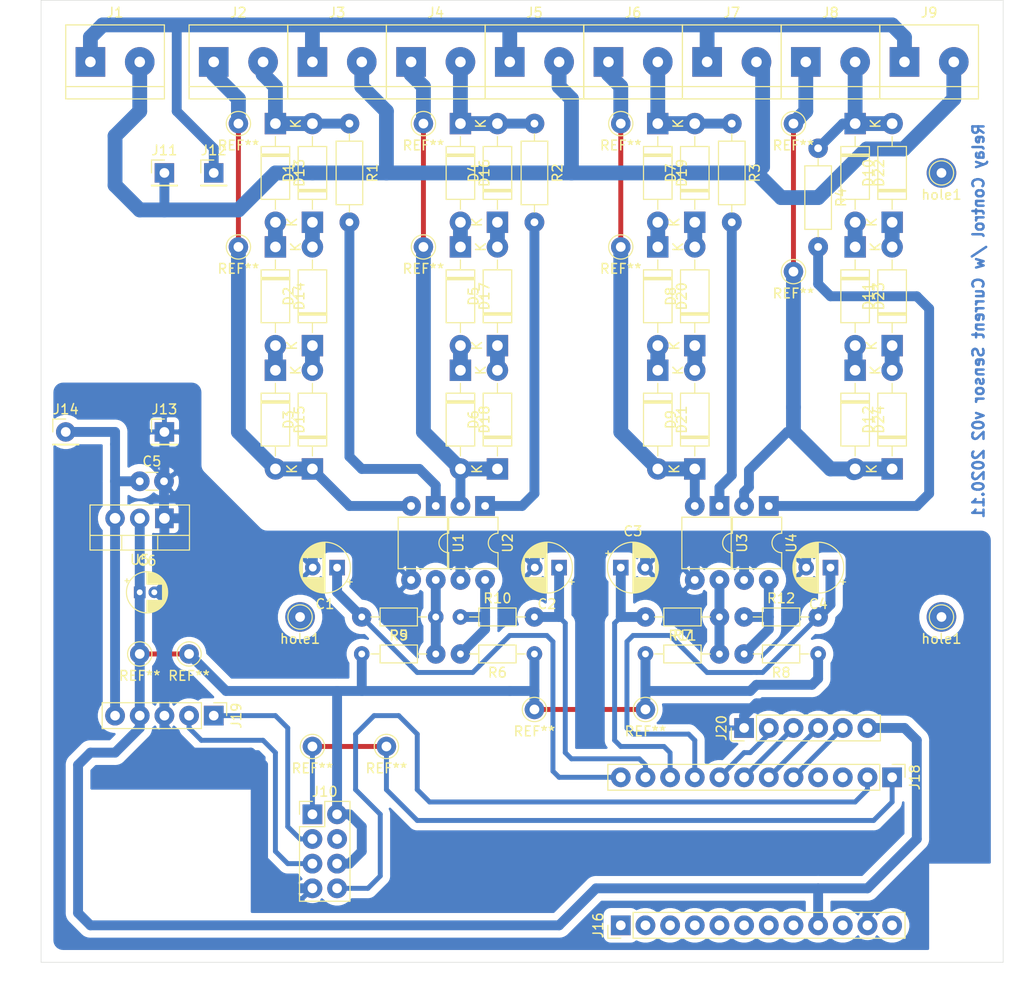
<source format=kicad_pcb>
(kicad_pcb (version 20171130) (host pcbnew "(5.0.2)-1")
  (layers (0 F.Cu signal) (31 B.Cu signal) (34 B.Paste user) (35 F.Paste user) (36 B.SilkS user) (37 F.SilkS user) (38 B.Mask user) (39 F.Mask user) (44 Edge.Cuts user))
  (net 0 "")
  (net 1 /sense1)
  (net 2 /gnd)
  (net 3 /sense2)
  (net 4 /sense3)
  (net 5 /sense4)
  (net 6 /ac_in1)
  (net 7 "Net-(D1-Pad1)")
  (net 8 "Net-(D2-Pad1)")
  (net 9 "Net-(D4-Pad1)")
  (net 10 /ac_in2)
  (net 11 "Net-(D5-Pad1)")
  (net 12 /ac_in3)
  (net 13 "Net-(D7-Pad1)")
  (net 14 "Net-(D8-Pad1)")
  (net 15 "Net-(D10-Pad1)")
  (net 16 /ac_in4)
  (net 17 "Net-(D11-Pad1)")
  (net 18 "Net-(D13-Pad2)")
  (net 19 "Net-(D14-Pad2)")
  (net 20 "Net-(D16-Pad2)")
  (net 21 "Net-(D17-Pad2)")
  (net 22 "Net-(D19-Pad2)")
  (net 23 "Net-(D20-Pad2)")
  (net 24 "Net-(D22-Pad2)")
  (net 25 "Net-(D23-Pad2)")
  (net 26 /ac_live)
  (net 27 /ac_neutral)
  (net 28 /dc_5)
  (net 29 /dc_33)
  (net 30 /esp_rx)
  (net 31 /gpio0)
  (net 32 /gpio2)
  (net 33 /esp_tx)
  (net 34 /line1)
  (net 35 /line2)
  (net 36 /line3)
  (net 37 /line4)
  (net 38 "Net-(R1-Pad2)")
  (net 39 "Net-(R2-Pad2)")
  (net 40 "Net-(R3-Pad2)")
  (net 41 "Net-(R4-Pad2)")
  (net 42 "Net-(R5-Pad2)")
  (net 43 "Net-(R10-Pad1)")
  (net 44 "Net-(R11-Pad1)")
  (net 45 "Net-(R12-Pad1)")
  (net 46 "Net-(J16-Pad1)")
  (net 47 "Net-(J16-Pad2)")
  (net 48 "Net-(J16-Pad3)")
  (net 49 "Net-(J16-Pad4)")
  (net 50 "Net-(J16-Pad5)")
  (net 51 "Net-(J16-Pad6)")
  (net 52 "Net-(J16-Pad7)")
  (net 53 "Net-(J16-Pad8)")
  (net 54 "Net-(J16-Pad10)")
  (net 55 "Net-(J16-Pad12)")
  (net 56 "Net-(J18-Pad3)")
  (net 57 "Net-(J18-Pad4)")
  (net 58 "Net-(J10-Pad4)")
  (net 59 /ac_out1)
  (net 60 /ac_out2)
  (net 61 /ac_out3)
  (net 62 /ac_out4)
  (module Connector_Pin:Pin_D1.0mm_L10.0mm (layer F.Cu) (at 46.99 81.28)
    (fp_text reference hole1 (at 0 2.25) (layer F.SilkS))
    (fp_text value Pin_D1.0mm_L10.0mm)
    (pad 1 thru_hole circle (at 0 0) (size 3.048 3.048) (drill 1) (layers *.Cu *.Mask))
  )
  (module Connector_Pin:Pin_D1.0mm_L10.0mm (layer F.Cu) (at 113.03 81.28)
    (fp_text reference hole1 (at 0 2.25) (layer F.SilkS))
    (fp_text value Pin_D1.0mm_L10.0mm)
    (pad 1 thru_hole circle (at 0 0) (size 3.048 3.048) (drill 1) (layers *.Cu *.Mask))
  )
  (module Connector_Pin:Pin_D1.0mm_L10.0mm (layer F.Cu) (at 113.03 35.56)
    (fp_text reference hole1 (at 0 2.25) (layer F.SilkS))
    (fp_text value Pin_D1.0mm_L10.0mm)
    (pad 1 thru_hole circle (at 0 0) (size 3.048 3.048) (drill 1) (layers *.Cu *.Mask))
  )
  (module Connector_Pin:Pin_D1.0mm_L10.0mm (layer F.Cu) (at 55.88 94.615)
    (fp_text reference REF** (at 0 2.25) (layer F.SilkS))
    (fp_text value Pin_D1.0mm_L10.0mm)
    (pad 1 thru_hole circle (at 0 0) (size 2 2) (drill 1) (layers *.Cu *.Mask) (net 30 /esp_rx))
  )
  (module Connector_Pin:Pin_D1.0mm_L10.0mm (layer F.Cu) (at 48.26 94.615)
    (fp_text reference REF** (at 0 2.25) (layer F.SilkS))
    (fp_text value Pin_D1.0mm_L10.0mm)
    (pad 1 thru_hole circle (at 0 0) (size 2 2) (drill 1) (layers *.Cu *.Mask) (net 30 /esp_rx))
  )
  (module Connector_Pin:Pin_D1.0mm_L10.0mm (layer F.Cu) (at 71.12 90.805)
    (fp_text reference REF** (at 0 2.25) (layer F.SilkS))
    (fp_text value Pin_D1.0mm_L10.0mm)
    (pad 1 thru_hole circle (at 0 0) (size 2 2) (drill 1) (layers *.Cu *.Mask) (net 29 /dc_33))
  )
  (module Connector_Pin:Pin_D1.0mm_L10.0mm (layer F.Cu) (at 82.55 90.805)
    (fp_text reference REF** (at 0 2.25) (layer F.SilkS))
    (fp_text value Pin_D1.0mm_L10.0mm)
    (pad 1 thru_hole circle (at 0 0) (size 2 2) (drill 1) (layers *.Cu *.Mask) (net 29 /dc_33))
  )
  (module Connector_Pin:Pin_D1.0mm_L10.0mm (layer F.Cu) (at 35.56 85.09)
    (fp_text reference REF** (at 0 2.25) (layer F.SilkS))
    (fp_text value Pin_D1.0mm_L10.0mm)
    (pad 1 thru_hole circle (at 0 0) (size 2 2) (drill 1) (layers *.Cu *.Mask) (net 29 /dc_33))
  )
  (module Connector_Pin:Pin_D1.0mm_L10.0mm (layer F.Cu) (at 30.48 85.09)
    (fp_text reference REF** (at 0 2.25) (layer F.SilkS))
    (fp_text value Pin_D1.0mm_L10.0mm)
    (pad 1 thru_hole circle (at 0 0) (size 2 2) (drill 1) (layers *.Cu *.Mask) (net 29 /dc_33))
  )
  (module TerminalBlock:TerminalBlock_bornier-2_P5.08mm (layer F.Cu) (at 109.22 24.13)
    (fp_text reference J9 (at 2.54 -5.08) (layer F.SilkS))
    (fp_text value Relay4_A)
    (pad 2 thru_hole circle (at 5.08 0) (size 3.048 3.048) (drill 1.0922) (layers *.Cu *.Mask) (net 26 /ac_live))
    (pad 1 thru_hole rect (at 0 0) (size 3.048 3.048) (drill 1.0922) (layers *.Cu *.Mask) (net 27 /ac_neutral))
  )
  (module Connector_Pin:Pin_D1.0mm_L10.0mm (layer F.Cu) (at 97.79 45.72)
    (fp_text reference REF** (at 0 2.25) (layer F.SilkS))
    (fp_text value Pin_D1.0mm_L10.0mm)
    (pad 1 thru_hole circle (at 0 0) (size 2 2) (drill 1) (layers *.Cu *.Mask) (net 62 /ac_out4))
  )
  (module Connector_Pin:Pin_D1.0mm_L10.0mm (layer F.Cu) (at 97.79 30.48)
    (fp_text reference REF** (at 0 2.25) (layer F.SilkS))
    (fp_text value Pin_D1.0mm_L10.0mm)
    (pad 1 thru_hole circle (at 0 0) (size 2 2) (drill 1) (layers *.Cu *.Mask) (net 62 /ac_out4))
  )
  (module Connector_Pin:Pin_D1.0mm_L10.0mm (layer F.Cu) (at 80.01 43.18)
    (fp_text reference REF** (at 0 2.25) (layer F.SilkS))
    (fp_text value Pin_D1.0mm_L10.0mm)
    (pad 1 thru_hole circle (at 0 0) (size 2 2) (drill 1) (layers *.Cu *.Mask) (net 61 /ac_out3))
  )
  (module Connector_Pin:Pin_D1.0mm_L10.0mm (layer F.Cu) (at 80.01 30.48)
    (fp_text reference REF** (at 0 2.25) (layer F.SilkS))
    (fp_text value Pin_D1.0mm_L10.0mm)
    (pad 1 thru_hole circle (at 0 0) (size 2 2) (drill 1) (layers *.Cu *.Mask) (net 61 /ac_out3))
  )
  (module Connector_Pin:Pin_D1.0mm_L10.0mm (layer F.Cu) (at 59.69 43.18)
    (fp_text reference REF** (at 0 2.25) (layer F.SilkS))
    (fp_text value Pin_D1.0mm_L10.0mm)
    (pad 1 thru_hole circle (at 0 0) (size 2 2) (drill 1) (layers *.Cu *.Mask) (net 60 /ac_out2))
  )
  (module Connector_Pin:Pin_D1.0mm_L10.0mm (layer F.Cu) (at 59.69 30.48)
    (fp_text reference REF** (at 0 2.25) (layer F.SilkS))
    (fp_text value Pin_D1.0mm_L10.0mm)
    (pad 1 thru_hole circle (at 0 0) (size 2 2) (drill 1) (layers *.Cu *.Mask) (net 60 /ac_out2))
  )
  (module Connector_Pin:Pin_D1.0mm_L10.0mm (layer F.Cu) (at 40.64 43.18)
    (fp_text reference REF** (at 0 2.25) (layer F.SilkS))
    (fp_text value Pin_D1.0mm_L10.0mm)
    (pad 1 thru_hole circle (at 0 0) (size 2 2) (drill 1) (layers *.Cu *.Mask) (net 59 /ac_out1))
  )
  (module Connector_Pin:Pin_D1.0mm_L10.0mm (layer F.Cu) (at 40.64 30.48)
    (fp_text reference REF** (at 0 2.25) (layer F.SilkS))
    (fp_text value Pin_D1.0mm_L10.0mm)
    (pad 1 thru_hole circle (at 0 0) (size 2 2) (drill 1) (layers *.Cu *.Mask) (net 59 /ac_out1))
  )
  (module Diode_THT:D_DO-41_SOD81_P10.16mm_Horizontal (layer F.Cu) (at 48.26 40.64 90)
    (fp_text reference D1 (at 5.08 -2.47 90) (layer F.SilkS))
    (fp_text value 1N4007)
    (fp_text user K (at 0 -2.1 90) (layer F.SilkS))
    (pad 2 thru_hole circle (at 10.16 0 90) (size 2.2 2.2) (drill 1.1) (layers *.Cu *.Mask) (net 6 /ac_in1))
    (pad 1 thru_hole rect (at 0 0 90) (size 2.2 2.2) (drill 1.1) (layers *.Cu *.Mask) (net 7 "Net-(D1-Pad1)"))
  )
  (module Diode_THT:D_DO-41_SOD81_P10.16mm_Horizontal (layer F.Cu) (at 48.26 53.34 90)
    (fp_text reference D2 (at 5.08 -2.47 90) (layer F.SilkS))
    (fp_text value 1N4007)
    (fp_text user K (at 0 -2.1 90) (layer F.SilkS))
    (pad 1 thru_hole rect (at 0 0 90) (size 2.2 2.2) (drill 1.1) (layers *.Cu *.Mask) (net 8 "Net-(D2-Pad1)"))
    (pad 2 thru_hole circle (at 10.16 0 90) (size 2.2 2.2) (drill 1.1) (layers *.Cu *.Mask) (net 7 "Net-(D1-Pad1)"))
  )
  (module Diode_THT:D_DO-41_SOD81_P10.16mm_Horizontal (layer F.Cu) (at 48.26 66.04 90)
    (fp_text reference D3 (at 5.08 -2.47 90) (layer F.SilkS))
    (fp_text value 1N4007)
    (fp_text user K (at 0 -2.1 90) (layer F.SilkS))
    (pad 1 thru_hole rect (at 0 0 90) (size 2.2 2.2) (drill 1.1) (layers *.Cu *.Mask) (net 59 /ac_out1))
    (pad 2 thru_hole circle (at 10.16 0 90) (size 2.2 2.2) (drill 1.1) (layers *.Cu *.Mask) (net 8 "Net-(D2-Pad1)"))
  )
  (module Diode_THT:D_DO-41_SOD81_P10.16mm_Horizontal (layer F.Cu) (at 67.31 40.64 90)
    (fp_text reference D4 (at 5.08 -2.47 90) (layer F.SilkS))
    (fp_text value 1N4007)
    (fp_text user K (at 0 -2.1 90) (layer F.SilkS))
    (pad 1 thru_hole rect (at 0 0 90) (size 2.2 2.2) (drill 1.1) (layers *.Cu *.Mask) (net 9 "Net-(D4-Pad1)"))
    (pad 2 thru_hole circle (at 10.16 0 90) (size 2.2 2.2) (drill 1.1) (layers *.Cu *.Mask) (net 10 /ac_in2))
  )
  (module Diode_THT:D_DO-41_SOD81_P10.16mm_Horizontal (layer F.Cu) (at 67.31 53.34 90)
    (fp_text reference D5 (at 5.08 -2.47 90) (layer F.SilkS))
    (fp_text value 1N4007)
    (fp_text user K (at 0 -2.1 90) (layer F.SilkS))
    (pad 1 thru_hole rect (at 0 0 90) (size 2.2 2.2) (drill 1.1) (layers *.Cu *.Mask) (net 11 "Net-(D5-Pad1)"))
    (pad 2 thru_hole circle (at 10.16 0 90) (size 2.2 2.2) (drill 1.1) (layers *.Cu *.Mask) (net 9 "Net-(D4-Pad1)"))
  )
  (module Diode_THT:D_DO-41_SOD81_P10.16mm_Horizontal (layer F.Cu) (at 67.31 66.04 90)
    (fp_text reference D6 (at 5.08 -2.47 90) (layer F.SilkS))
    (fp_text value 1N4007)
    (fp_text user K (at 0 -2.1 90) (layer F.SilkS))
    (pad 2 thru_hole circle (at 10.16 0 90) (size 2.2 2.2) (drill 1.1) (layers *.Cu *.Mask) (net 11 "Net-(D5-Pad1)"))
    (pad 1 thru_hole rect (at 0 0 90) (size 2.2 2.2) (drill 1.1) (layers *.Cu *.Mask) (net 60 /ac_out2))
  )
  (module Diode_THT:D_DO-41_SOD81_P10.16mm_Horizontal (layer F.Cu) (at 87.63 40.64 90)
    (fp_text reference D7 (at 5.08 -2.47 90) (layer F.SilkS))
    (fp_text value 1N4007)
    (fp_text user K (at 0 -2.1 90) (layer F.SilkS))
    (pad 2 thru_hole circle (at 10.16 0 90) (size 2.2 2.2) (drill 1.1) (layers *.Cu *.Mask) (net 12 /ac_in3))
    (pad 1 thru_hole rect (at 0 0 90) (size 2.2 2.2) (drill 1.1) (layers *.Cu *.Mask) (net 13 "Net-(D7-Pad1)"))
  )
  (module Diode_THT:D_DO-41_SOD81_P10.16mm_Horizontal (layer F.Cu) (at 87.63 53.34 90)
    (fp_text reference D8 (at 5.08 -2.47 90) (layer F.SilkS))
    (fp_text value 1N4007)
    (fp_text user K (at 0 -2.1 90) (layer F.SilkS))
    (pad 1 thru_hole rect (at 0 0 90) (size 2.2 2.2) (drill 1.1) (layers *.Cu *.Mask) (net 14 "Net-(D8-Pad1)"))
    (pad 2 thru_hole circle (at 10.16 0 90) (size 2.2 2.2) (drill 1.1) (layers *.Cu *.Mask) (net 13 "Net-(D7-Pad1)"))
  )
  (module Diode_THT:D_DO-41_SOD81_P10.16mm_Horizontal (layer F.Cu) (at 87.63 66.04 90)
    (fp_text reference D9 (at 5.08 -2.47 90) (layer F.SilkS))
    (fp_text value 1N4007)
    (fp_text user K (at 0 -2.1 90) (layer F.SilkS))
    (pad 2 thru_hole circle (at 10.16 0 90) (size 2.2 2.2) (drill 1.1) (layers *.Cu *.Mask) (net 14 "Net-(D8-Pad1)"))
    (pad 1 thru_hole rect (at 0 0 90) (size 2.2 2.2) (drill 1.1) (layers *.Cu *.Mask) (net 61 /ac_out3))
  )
  (module Diode_THT:D_DO-41_SOD81_P10.16mm_Horizontal (layer F.Cu) (at 107.95 40.64 90)
    (fp_text reference D10 (at 5.08 -2.47 90) (layer F.SilkS))
    (fp_text value 1N4007)
    (fp_text user K (at 0 -2.1 90) (layer F.SilkS))
    (pad 1 thru_hole rect (at 0 0 90) (size 2.2 2.2) (drill 1.1) (layers *.Cu *.Mask) (net 15 "Net-(D10-Pad1)"))
    (pad 2 thru_hole circle (at 10.16 0 90) (size 2.2 2.2) (drill 1.1) (layers *.Cu *.Mask) (net 16 /ac_in4))
  )
  (module Diode_THT:D_DO-41_SOD81_P10.16mm_Horizontal (layer F.Cu) (at 107.95 53.34 90)
    (fp_text reference D11 (at 5.08 -2.47 90) (layer F.SilkS))
    (fp_text value 1N4007)
    (fp_text user K (at 0 -2.1 90) (layer F.SilkS))
    (pad 2 thru_hole circle (at 10.16 0 90) (size 2.2 2.2) (drill 1.1) (layers *.Cu *.Mask) (net 15 "Net-(D10-Pad1)"))
    (pad 1 thru_hole rect (at 0 0 90) (size 2.2 2.2) (drill 1.1) (layers *.Cu *.Mask) (net 17 "Net-(D11-Pad1)"))
  )
  (module Diode_THT:D_DO-41_SOD81_P10.16mm_Horizontal (layer F.Cu) (at 107.95 66.04 90)
    (fp_text reference D12 (at 5.08 -2.47 90) (layer F.SilkS))
    (fp_text value 1N4007)
    (fp_text user K (at 0 -2.1 90) (layer F.SilkS))
    (pad 1 thru_hole rect (at 0 0 90) (size 2.2 2.2) (drill 1.1) (layers *.Cu *.Mask) (net 62 /ac_out4))
    (pad 2 thru_hole circle (at 10.16 0 90) (size 2.2 2.2) (drill 1.1) (layers *.Cu *.Mask) (net 17 "Net-(D11-Pad1)"))
  )
  (module Diode_THT:D_DO-41_SOD81_P10.16mm_Horizontal (layer F.Cu) (at 44.45 30.48 270)
    (fp_text reference D13 (at 5.08 -2.47 90) (layer F.SilkS))
    (fp_text value 1N4007)
    (fp_text user K (at 0 -2.1 90) (layer F.SilkS))
    (pad 2 thru_hole circle (at 10.16 0 270) (size 2.2 2.2) (drill 1.1) (layers *.Cu *.Mask) (net 18 "Net-(D13-Pad2)"))
    (pad 1 thru_hole rect (at 0 0 270) (size 2.2 2.2) (drill 1.1) (layers *.Cu *.Mask) (net 6 /ac_in1))
  )
  (module Diode_THT:D_DO-41_SOD81_P10.16mm_Horizontal (layer F.Cu) (at 44.45 43.18 270)
    (fp_text reference D14 (at 5.08 -2.47 90) (layer F.SilkS))
    (fp_text value 1N4007)
    (fp_text user K (at 0 -2.1 90) (layer F.SilkS))
    (pad 1 thru_hole rect (at 0 0 270) (size 2.2 2.2) (drill 1.1) (layers *.Cu *.Mask) (net 18 "Net-(D13-Pad2)"))
    (pad 2 thru_hole circle (at 10.16 0 270) (size 2.2 2.2) (drill 1.1) (layers *.Cu *.Mask) (net 19 "Net-(D14-Pad2)"))
  )
  (module Diode_THT:D_DO-41_SOD81_P10.16mm_Horizontal (layer F.Cu) (at 44.45 55.88 270)
    (fp_text reference D15 (at 5.08 -2.47 90) (layer F.SilkS))
    (fp_text value 1N4007)
    (fp_text user K (at 0 -2.1 90) (layer F.SilkS))
    (pad 2 thru_hole circle (at 10.16 0 270) (size 2.2 2.2) (drill 1.1) (layers *.Cu *.Mask) (net 59 /ac_out1))
    (pad 1 thru_hole rect (at 0 0 270) (size 2.2 2.2) (drill 1.1) (layers *.Cu *.Mask) (net 19 "Net-(D14-Pad2)"))
  )
  (module Diode_THT:D_DO-41_SOD81_P10.16mm_Horizontal (layer F.Cu) (at 63.5 30.48 270)
    (fp_text reference D16 (at 5.08 -2.47 90) (layer F.SilkS))
    (fp_text value 1N4007)
    (fp_text user K (at 0 -2.1 90) (layer F.SilkS))
    (pad 1 thru_hole rect (at 0 0 270) (size 2.2 2.2) (drill 1.1) (layers *.Cu *.Mask) (net 10 /ac_in2))
    (pad 2 thru_hole circle (at 10.16 0 270) (size 2.2 2.2) (drill 1.1) (layers *.Cu *.Mask) (net 20 "Net-(D16-Pad2)"))
  )
  (module Diode_THT:D_DO-41_SOD81_P10.16mm_Horizontal (layer F.Cu) (at 63.5 43.18 270)
    (fp_text reference D17 (at 5.08 -2.47 90) (layer F.SilkS))
    (fp_text value 1N4007)
    (fp_text user K (at 0 -2.1 90) (layer F.SilkS))
    (pad 2 thru_hole circle (at 10.16 0 270) (size 2.2 2.2) (drill 1.1) (layers *.Cu *.Mask) (net 21 "Net-(D17-Pad2)"))
    (pad 1 thru_hole rect (at 0 0 270) (size 2.2 2.2) (drill 1.1) (layers *.Cu *.Mask) (net 20 "Net-(D16-Pad2)"))
  )
  (module Diode_THT:D_DO-41_SOD81_P10.16mm_Horizontal (layer F.Cu) (at 63.5 55.88 270)
    (fp_text reference D18 (at 5.08 -2.47 90) (layer F.SilkS))
    (fp_text value 1N4007)
    (fp_text user K (at 0 -2.1 90) (layer F.SilkS))
    (pad 1 thru_hole rect (at 0 0 270) (size 2.2 2.2) (drill 1.1) (layers *.Cu *.Mask) (net 21 "Net-(D17-Pad2)"))
    (pad 2 thru_hole circle (at 10.16 0 270) (size 2.2 2.2) (drill 1.1) (layers *.Cu *.Mask) (net 60 /ac_out2))
  )
  (module Diode_THT:D_DO-41_SOD81_P10.16mm_Horizontal (layer F.Cu) (at 83.82 30.48 270)
    (fp_text reference D19 (at 5.08 -2.47 90) (layer F.SilkS))
    (fp_text value 1N4007)
    (fp_text user K (at 0 -2.1 90) (layer F.SilkS))
    (pad 1 thru_hole rect (at 0 0 270) (size 2.2 2.2) (drill 1.1) (layers *.Cu *.Mask) (net 12 /ac_in3))
    (pad 2 thru_hole circle (at 10.16 0 270) (size 2.2 2.2) (drill 1.1) (layers *.Cu *.Mask) (net 22 "Net-(D19-Pad2)"))
  )
  (module Diode_THT:D_DO-41_SOD81_P10.16mm_Horizontal (layer F.Cu) (at 83.82 43.18 270)
    (fp_text reference D20 (at 5.08 -2.47 90) (layer F.SilkS))
    (fp_text value 1N4007)
    (fp_text user K (at 0 -2.1 90) (layer F.SilkS))
    (pad 2 thru_hole circle (at 10.16 0 270) (size 2.2 2.2) (drill 1.1) (layers *.Cu *.Mask) (net 23 "Net-(D20-Pad2)"))
    (pad 1 thru_hole rect (at 0 0 270) (size 2.2 2.2) (drill 1.1) (layers *.Cu *.Mask) (net 22 "Net-(D19-Pad2)"))
  )
  (module Diode_THT:D_DO-41_SOD81_P10.16mm_Horizontal (layer F.Cu) (at 83.82 55.88 270)
    (fp_text reference D21 (at 5.08 -2.47 90) (layer F.SilkS))
    (fp_text value 1N4007)
    (fp_text user K (at 0 -2.1 90) (layer F.SilkS))
    (pad 2 thru_hole circle (at 10.16 0 270) (size 2.2 2.2) (drill 1.1) (layers *.Cu *.Mask) (net 61 /ac_out3))
    (pad 1 thru_hole rect (at 0 0 270) (size 2.2 2.2) (drill 1.1) (layers *.Cu *.Mask) (net 23 "Net-(D20-Pad2)"))
  )
  (module Diode_THT:D_DO-41_SOD81_P10.16mm_Horizontal (layer F.Cu) (at 104.14 30.48 270)
    (fp_text reference D22 (at 5.08 -2.47 90) (layer F.SilkS))
    (fp_text value 1N4007)
    (fp_text user K (at 0 -2.1 90) (layer F.SilkS))
    (pad 2 thru_hole circle (at 10.16 0 270) (size 2.2 2.2) (drill 1.1) (layers *.Cu *.Mask) (net 24 "Net-(D22-Pad2)"))
    (pad 1 thru_hole rect (at 0 0 270) (size 2.2 2.2) (drill 1.1) (layers *.Cu *.Mask) (net 16 /ac_in4))
  )
  (module Diode_THT:D_DO-41_SOD81_P10.16mm_Horizontal (layer F.Cu) (at 104.14 43.18 270)
    (fp_text reference D23 (at 5.08 -2.47 90) (layer F.SilkS))
    (fp_text value 1N4007)
    (fp_text user K (at 0 -2.1 90) (layer F.SilkS))
    (pad 1 thru_hole rect (at 0 0 270) (size 2.2 2.2) (drill 1.1) (layers *.Cu *.Mask) (net 24 "Net-(D22-Pad2)"))
    (pad 2 thru_hole circle (at 10.16 0 270) (size 2.2 2.2) (drill 1.1) (layers *.Cu *.Mask) (net 25 "Net-(D23-Pad2)"))
  )
  (module Diode_THT:D_DO-41_SOD81_P10.16mm_Horizontal (layer F.Cu) (at 104.14 55.88 270)
    (fp_text reference D24 (at 5.08 -2.47 90) (layer F.SilkS))
    (fp_text value 1N4007)
    (fp_text user K (at 0 -2.1 90) (layer F.SilkS))
    (pad 2 thru_hole circle (at 10.16 0 270) (size 2.2 2.2) (drill 1.1) (layers *.Cu *.Mask) (net 62 /ac_out4))
    (pad 1 thru_hole rect (at 0 0 270) (size 2.2 2.2) (drill 1.1) (layers *.Cu *.Mask) (net 25 "Net-(D23-Pad2)"))
  )
  (module TerminalBlock:TerminalBlock_bornier-2_P5.08mm (layer F.Cu) (at 25.4 24.13)
    (fp_text reference J1 (at 2.54 -5.08) (layer F.SilkS))
    (fp_text value AC_in)
    (pad 1 thru_hole rect (at 0 0) (size 3.048 3.048) (drill 1.0922) (layers *.Cu *.Mask) (net 27 /ac_neutral))
    (pad 2 thru_hole circle (at 5.08 0) (size 3.048 3.048) (drill 1.0922) (layers *.Cu *.Mask) (net 26 /ac_live))
  )
  (module TerminalBlock:TerminalBlock_bornier-2_P5.08mm (layer F.Cu) (at 38.1 24.13)
    (fp_text reference J2 (at 2.54 -5.08) (layer F.SilkS))
    (fp_text value Relay1_B)
    (pad 2 thru_hole circle (at 5.08 0) (size 3.048 3.048) (drill 1.0922) (layers *.Cu *.Mask) (net 6 /ac_in1))
    (pad 1 thru_hole rect (at 0 0) (size 3.048 3.048) (drill 1.0922) (layers *.Cu *.Mask) (net 59 /ac_out1))
  )
  (module TerminalBlock:TerminalBlock_bornier-2_P5.08mm (layer F.Cu) (at 48.26 24.13)
    (fp_text reference J3 (at 2.54 -5.08) (layer F.SilkS))
    (fp_text value Relay1_A)
    (pad 1 thru_hole rect (at 0 0) (size 3.048 3.048) (drill 1.0922) (layers *.Cu *.Mask) (net 27 /ac_neutral))
    (pad 2 thru_hole circle (at 5.08 0) (size 3.048 3.048) (drill 1.0922) (layers *.Cu *.Mask) (net 26 /ac_live))
  )
  (module TerminalBlock:TerminalBlock_bornier-2_P5.08mm (layer F.Cu) (at 58.42 24.13)
    (fp_text reference J4 (at 2.54 -5.08) (layer F.SilkS))
    (fp_text value Relay2_B)
    (pad 1 thru_hole rect (at 0 0) (size 3.048 3.048) (drill 1.0922) (layers *.Cu *.Mask) (net 60 /ac_out2))
    (pad 2 thru_hole circle (at 5.08 0) (size 3.048 3.048) (drill 1.0922) (layers *.Cu *.Mask) (net 10 /ac_in2))
  )
  (module TerminalBlock:TerminalBlock_bornier-2_P5.08mm (layer F.Cu) (at 68.58 24.13)
    (fp_text reference J5 (at 2.54 -5.08) (layer F.SilkS))
    (fp_text value Relay2_A)
    (pad 2 thru_hole circle (at 5.08 0) (size 3.048 3.048) (drill 1.0922) (layers *.Cu *.Mask) (net 26 /ac_live))
    (pad 1 thru_hole rect (at 0 0) (size 3.048 3.048) (drill 1.0922) (layers *.Cu *.Mask) (net 27 /ac_neutral))
  )
  (module TerminalBlock:TerminalBlock_bornier-2_P5.08mm (layer F.Cu) (at 78.74 24.13)
    (fp_text reference J6 (at 2.54 -5.08) (layer F.SilkS))
    (fp_text value Relay3_B)
    (pad 2 thru_hole circle (at 5.08 0) (size 3.048 3.048) (drill 1.0922) (layers *.Cu *.Mask) (net 12 /ac_in3))
    (pad 1 thru_hole rect (at 0 0) (size 3.048 3.048) (drill 1.0922) (layers *.Cu *.Mask) (net 61 /ac_out3))
  )
  (module TerminalBlock:TerminalBlock_bornier-2_P5.08mm (layer F.Cu) (at 88.9 24.13)
    (fp_text reference J7 (at 2.54 -5.08) (layer F.SilkS))
    (fp_text value Relay3_A)
    (pad 1 thru_hole rect (at 0 0) (size 3.048 3.048) (drill 1.0922) (layers *.Cu *.Mask) (net 27 /ac_neutral))
    (pad 2 thru_hole circle (at 5.08 0) (size 3.048 3.048) (drill 1.0922) (layers *.Cu *.Mask) (net 26 /ac_live))
  )
  (module TerminalBlock:TerminalBlock_bornier-2_P5.08mm (layer F.Cu) (at 99.06 24.13)
    (fp_text reference J8 (at 2.54 -5.08) (layer F.SilkS))
    (fp_text value Relay4_B)
    (pad 1 thru_hole rect (at 0 0) (size 3.048 3.048) (drill 1.0922) (layers *.Cu *.Mask) (net 62 /ac_out4))
    (pad 2 thru_hole circle (at 5.08 0) (size 3.048 3.048) (drill 1.0922) (layers *.Cu *.Mask) (net 16 /ac_in4))
  )
  (module Connector_PinHeader_2.54mm:PinHeader_1x12_P2.54mm_Vertical (layer F.Cu) (at 80.01 113.03 90)
    (fp_text reference J16 (at 0 -2.33 90) (layer F.SilkS))
    (fp_text value "Arduino Pro Mini B")
    (pad 1 thru_hole rect (at 0 0 90) (size 2.032 2.032) (drill 1) (layers *.Cu *.Mask) (net 46 "Net-(J16-Pad1)"))
    (pad 2 thru_hole circle (at 0 2.54 90) (size 2.032 2.032) (drill 1) (layers *.Cu *.Mask) (net 47 "Net-(J16-Pad2)"))
    (pad 3 thru_hole circle (at 0 5.08 90) (size 2.032 2.032) (drill 1) (layers *.Cu *.Mask) (net 48 "Net-(J16-Pad3)"))
    (pad 4 thru_hole circle (at 0 7.62 90) (size 2.032 2.032) (drill 1) (layers *.Cu *.Mask) (net 49 "Net-(J16-Pad4)"))
    (pad 5 thru_hole circle (at 0 10.16 90) (size 2.032 2.032) (drill 1) (layers *.Cu *.Mask) (net 50 "Net-(J16-Pad5)"))
    (pad 6 thru_hole circle (at 0 12.7 90) (size 2.032 2.032) (drill 1) (layers *.Cu *.Mask) (net 51 "Net-(J16-Pad6)"))
    (pad 7 thru_hole circle (at 0 15.24 90) (size 2.032 2.032) (drill 1) (layers *.Cu *.Mask) (net 52 "Net-(J16-Pad7)"))
    (pad 8 thru_hole circle (at 0 17.78 90) (size 2.032 2.032) (drill 1) (layers *.Cu *.Mask) (net 53 "Net-(J16-Pad8)"))
    (pad 9 thru_hole circle (at 0 20.32 90) (size 2.032 2.032) (drill 1) (layers *.Cu *.Mask) (net 29 /dc_33))
    (pad 10 thru_hole circle (at 0 22.86 90) (size 2.032 2.032) (drill 1) (layers *.Cu *.Mask) (net 54 "Net-(J16-Pad10)"))
    (pad 11 thru_hole circle (at 0 25.4 90) (size 2.032 2.032) (drill 1) (layers *.Cu *.Mask) (net 2 /gnd))
    (pad 12 thru_hole circle (at 0 27.94 90) (size 2.032 2.032) (drill 1) (layers *.Cu *.Mask) (net 55 "Net-(J16-Pad12)"))
  )
  (module Resistor_THT:R_Axial_DIN0207_L6.3mm_D2.5mm_P10.16mm_Horizontal (layer F.Cu) (at 52.07 30.48 270)
    (fp_text reference R1 (at 5.08 -2.37 90) (layer F.SilkS))
    (fp_text value 33)
    (pad 1 thru_hole circle (at 0 0 270) (size 2.032 2.032) (drill 0.8) (layers *.Cu *.Mask) (net 6 /ac_in1))
    (pad 2 thru_hole circle (at 10.16 0 270) (size 2.032 2.032) (drill 0.8) (layers *.Cu *.Mask) (net 38 "Net-(R1-Pad2)"))
  )
  (module Resistor_THT:R_Axial_DIN0207_L6.3mm_D2.5mm_P10.16mm_Horizontal (layer F.Cu) (at 71.12 30.48 270)
    (fp_text reference R2 (at 5.08 -2.37 90) (layer F.SilkS))
    (fp_text value 33)
    (pad 2 thru_hole circle (at 10.16 0 270) (size 2.032 2.032) (drill 0.8) (layers *.Cu *.Mask) (net 39 "Net-(R2-Pad2)"))
    (pad 1 thru_hole circle (at 0 0 270) (size 2.032 2.032) (drill 0.8) (layers *.Cu *.Mask) (net 10 /ac_in2))
  )
  (module Resistor_THT:R_Axial_DIN0207_L6.3mm_D2.5mm_P10.16mm_Horizontal (layer F.Cu) (at 91.44 30.48 270)
    (fp_text reference R3 (at 5.08 -2.37 90) (layer F.SilkS))
    (fp_text value 33)
    (pad 1 thru_hole circle (at 0 0 270) (size 2.032 2.032) (drill 0.8) (layers *.Cu *.Mask) (net 12 /ac_in3))
    (pad 2 thru_hole circle (at 10.16 0 270) (size 2.032 2.032) (drill 0.8) (layers *.Cu *.Mask) (net 40 "Net-(R3-Pad2)"))
  )
  (module Package_DIP:DIP-4_W7.62mm (layer F.Cu) (at 60.96 69.85 270)
    (fp_text reference U1 (at 3.81 -2.33 90) (layer F.SilkS))
    (fp_text value LTV-817)
    (pad 4 thru_hole circle (at 7.62 0 270) (size 2.032 2.032) (drill 0.8) (layers *.Cu *.Mask) (net 42 "Net-(R5-Pad2)"))
    (pad 2 thru_hole circle (at 0 2.54 270) (size 2.032 2.032) (drill 0.8) (layers *.Cu *.Mask) (net 59 /ac_out1))
    (pad 3 thru_hole circle (at 7.62 2.54 270) (size 2.032 2.032) (drill 0.8) (layers *.Cu *.Mask) (net 2 /gnd))
    (pad 1 thru_hole rect (at 0 0 270) (size 2.032 2.032) (drill 0.8) (layers *.Cu *.Mask) (net 38 "Net-(R1-Pad2)"))
  )
  (module Package_DIP:DIP-4_W7.62mm (layer F.Cu) (at 66.04 69.85 270)
    (fp_text reference U2 (at 3.81 -2.33 90) (layer F.SilkS))
    (fp_text value LTV-817)
    (pad 4 thru_hole circle (at 7.62 0 270) (size 2.032 2.032) (drill 0.8) (layers *.Cu *.Mask) (net 43 "Net-(R10-Pad1)"))
    (pad 2 thru_hole circle (at 0 2.54 270) (size 2.032 2.032) (drill 0.8) (layers *.Cu *.Mask) (net 60 /ac_out2))
    (pad 3 thru_hole circle (at 7.62 2.54 270) (size 2.032 2.032) (drill 0.8) (layers *.Cu *.Mask) (net 2 /gnd))
    (pad 1 thru_hole rect (at 0 0 270) (size 2.032 2.032) (drill 0.8) (layers *.Cu *.Mask) (net 39 "Net-(R2-Pad2)"))
  )
  (module Package_DIP:DIP-4_W7.62mm (layer F.Cu) (at 90.17 69.85 270)
    (fp_text reference U3 (at 3.81 -2.33 90) (layer F.SilkS))
    (fp_text value LTV-817)
    (pad 1 thru_hole rect (at 0 0 270) (size 2.032 2.032) (drill 0.8) (layers *.Cu *.Mask) (net 40 "Net-(R3-Pad2)"))
    (pad 3 thru_hole circle (at 7.62 2.54 270) (size 2.032 2.032) (drill 0.8) (layers *.Cu *.Mask) (net 2 /gnd))
    (pad 2 thru_hole circle (at 0 2.54 270) (size 2.032 2.032) (drill 0.8) (layers *.Cu *.Mask) (net 61 /ac_out3))
    (pad 4 thru_hole circle (at 7.62 0 270) (size 2.032 2.032) (drill 0.8) (layers *.Cu *.Mask) (net 44 "Net-(R11-Pad1)"))
  )
  (module Package_DIP:DIP-4_W7.62mm (layer F.Cu) (at 95.25 69.85 270)
    (fp_text reference U4 (at 3.81 -2.33 90) (layer F.SilkS))
    (fp_text value LTV-817)
    (pad 1 thru_hole rect (at 0 0 270) (size 2.032 2.032) (drill 0.8) (layers *.Cu *.Mask) (net 41 "Net-(R4-Pad2)"))
    (pad 3 thru_hole circle (at 7.62 2.54 270) (size 2.032 2.032) (drill 0.8) (layers *.Cu *.Mask) (net 2 /gnd))
    (pad 2 thru_hole circle (at 0 2.54 270) (size 2.032 2.032) (drill 0.8) (layers *.Cu *.Mask) (net 62 /ac_out4))
    (pad 4 thru_hole circle (at 7.62 0 270) (size 2.032 2.032) (drill 0.8) (layers *.Cu *.Mask) (net 45 "Net-(R12-Pad1)"))
  )
  (module Package_TO_SOT_THT:TO-220-3_Vertical (layer F.Cu) (at 33.02 71.12 180)
    (fp_text reference U5 (at 2.54 -4.27) (layer F.SilkS))
    (fp_text value "Regulator 3.3V")
    (pad 1 thru_hole rect (at 0 0 180) (size 1.905 2.032) (drill 1.1) (layers *.Cu *.Mask) (net 2 /gnd))
    (pad 2 thru_hole circle (at 2.54 0 180) (size 2 2) (drill 1.1) (layers *.Cu *.Mask) (net 29 /dc_33))
    (pad 3 thru_hole circle (at 5.08 0 180) (size 2 2) (drill 1.1) (layers *.Cu *.Mask) (net 28 /dc_5))
  )
  (module Capacitor_THT:C_Disc_D3.0mm_W1.6mm_P2.50mm (layer F.Cu) (at 30.48 67.31)
    (fp_text reference C5 (at 1.25 -2.05) (layer F.SilkS))
    (fp_text value 100n)
    (pad 1 thru_hole circle (at 0 0) (size 2.032 2.032) (drill 0.8) (layers *.Cu *.Mask) (net 28 /dc_5))
    (pad 2 thru_hole circle (at 2.5 0 80) (size 2.032 2.032) (drill 0.8) (layers *.Cu *.Mask) (net 2 /gnd))
  )
  (module Connector_PinHeader_2.54mm:PinHeader_1x12_P2.54mm_Vertical (layer F.Cu) (at 107.95 97.79 270)
    (fp_text reference J18 (at 0 -2.33 90) (layer F.SilkS))
    (fp_text value "Arduino Pro Mini A")
    (pad 1 thru_hole rect (at 0 0 270) (size 2.032 2.032) (drill 1) (layers *.Cu *.Mask) (net 30 /esp_rx))
    (pad 2 thru_hole circle (at 0 2.54 270) (size 2.032 2.032) (drill 1) (layers *.Cu *.Mask) (net 33 /esp_tx))
    (pad 3 thru_hole circle (at 0 5.08 270) (size 2.032 2.032) (drill 1) (layers *.Cu *.Mask) (net 56 "Net-(J18-Pad3)"))
    (pad 4 thru_hole circle (at 0 7.62 270) (size 2.032 2.032) (drill 1) (layers *.Cu *.Mask) (net 57 "Net-(J18-Pad4)"))
    (pad 5 thru_hole circle (at 0 10.16 270) (size 2.032 2.032) (drill 1) (layers *.Cu *.Mask) (net 37 /line4))
    (pad 6 thru_hole circle (at 0 12.7 270) (size 2.032 2.032) (drill 1) (layers *.Cu *.Mask) (net 36 /line3))
    (pad 7 thru_hole circle (at 0 15.24 270) (size 2.032 2.032) (drill 1) (layers *.Cu *.Mask) (net 35 /line2))
    (pad 8 thru_hole circle (at 0 17.78 270) (size 2.032 2.032) (drill 1) (layers *.Cu *.Mask) (net 34 /line1))
    (pad 9 thru_hole circle (at 0 20.32 270) (size 2.032 2.032) (drill 1) (layers *.Cu *.Mask) (net 5 /sense4))
    (pad 10 thru_hole circle (at 0 22.86 270) (size 2.032 2.032) (drill 1) (layers *.Cu *.Mask) (net 4 /sense3))
    (pad 11 thru_hole circle (at 0 25.4 270) (size 2.032 2.032) (drill 1) (layers *.Cu *.Mask) (net 3 /sense2))
    (pad 12 thru_hole circle (at 0 27.94 270) (size 2.032 2.032) (drill 1) (layers *.Cu *.Mask) (net 1 /sense1))
  )
  (module Connector_PinHeader_2.54mm:PinHeader_1x05_P2.54mm_Vertical (layer F.Cu) (at 38.1 91.44 270)
    (fp_text reference J19 (at 0 -2.33 90) (layer F.SilkS))
    (fp_text value "ESP_Ext Connectors")
    (pad 1 thru_hole rect (at 0 0 270) (size 2.032 2.032) (drill 1) (layers *.Cu *.Mask) (net 31 /gpio0))
    (pad 2 thru_hole circle (at 0 2.54 270) (size 2.032 2.032) (drill 1) (layers *.Cu *.Mask) (net 32 /gpio2))
    (pad 3 thru_hole circle (at 0 5.08 270) (size 2.032 2.032) (drill 1) (layers *.Cu *.Mask) (net 2 /gnd))
    (pad 4 thru_hole circle (at 0 7.62 270) (size 2.032 2.032) (drill 1) (layers *.Cu *.Mask) (net 29 /dc_33))
    (pad 5 thru_hole circle (at 0 10.16 270) (size 2.032 2.032) (drill 1) (layers *.Cu *.Mask) (net 28 /dc_5))
  )
  (module Connector_PinHeader_2.54mm:PinHeader_1x06_P2.54mm_Vertical (layer F.Cu) (at 92.71 92.71 90)
    (fp_text reference J20 (at 0 -2.33 90) (layer F.SilkS))
    (fp_text value "Relay Control")
    (pad 1 thru_hole rect (at 0 0 90) (size 2.032 2.032) (drill 1) (layers *.Cu *.Mask) (net 2 /gnd))
    (pad 2 thru_hole circle (at 0 2.54 90) (size 2.032 2.032) (drill 1) (layers *.Cu *.Mask) (net 34 /line1))
    (pad 3 thru_hole circle (at 0 5.08 90) (size 2.032 2.032) (drill 1) (layers *.Cu *.Mask) (net 35 /line2))
    (pad 4 thru_hole circle (at 0 7.62 90) (size 2.032 2.032) (drill 1) (layers *.Cu *.Mask) (net 36 /line3))
    (pad 5 thru_hole circle (at 0 10.16 90) (size 2.032 2.032) (drill 1) (layers *.Cu *.Mask) (net 37 /line4))
    (pad 6 thru_hole circle (at 0 12.7 90) (size 2.032 2.032) (drill 1) (layers *.Cu *.Mask) (net 29 /dc_33))
  )
  (module Connector_PinHeader_2.54mm:PinHeader_2x04_P2.54mm_Vertical (layer F.Cu) (at 48.26 101.6)
    (fp_text reference J10 (at 1.27 -2.33) (layer F.SilkS))
    (fp_text value ESP-01)
    (pad 1 thru_hole rect (at 0 0) (size 2.032 2.032) (drill 1) (layers *.Cu *.Mask) (net 30 /esp_rx))
    (pad 2 thru_hole circle (at 2.54 0) (size 2.032 2.032) (drill 1) (layers *.Cu *.Mask) (net 29 /dc_33))
    (pad 3 thru_hole circle (at 0 2.54) (size 2.032 2.032) (drill 1) (layers *.Cu *.Mask) (net 31 /gpio0))
    (pad 4 thru_hole circle (at 2.54 2.54) (size 2.032 2.032) (drill 1) (layers *.Cu *.Mask) (net 58 "Net-(J10-Pad4)"))
    (pad 5 thru_hole circle (at 0 5.08) (size 2.032 2.032) (drill 1) (layers *.Cu *.Mask) (net 32 /gpio2))
    (pad 6 thru_hole circle (at 2.54 5.08) (size 2.032 2.032) (drill 1) (layers *.Cu *.Mask) (net 29 /dc_33))
    (pad 7 thru_hole circle (at 0 7.62) (size 2.032 2.032) (drill 1) (layers *.Cu *.Mask) (net 2 /gnd))
    (pad 8 thru_hole circle (at 2.54 7.62) (size 2.032 2.032) (drill 1) (layers *.Cu *.Mask) (net 33 /esp_tx))
  )
  (module Connector_PinHeader_2.54mm:PinHeader_1x01_P2.54mm_Vertical (layer F.Cu) (at 33.02 35.56)
    (fp_text reference J11 (at 0 -2.33) (layer F.SilkS))
    (fp_text value Conn_01x01_Male)
    (pad 1 thru_hole rect (at 0 0) (size 2 2) (drill 1) (layers *.Cu *.Mask) (net 26 /ac_live))
  )
  (module Connector_PinHeader_2.54mm:PinHeader_1x01_P2.54mm_Vertical (layer F.Cu) (at 38.1 35.56)
    (fp_text reference J12 (at 0 -2.33) (layer F.SilkS))
    (fp_text value Conn_01x01_Male)
    (pad 1 thru_hole rect (at 0 0) (size 2 2) (drill 1) (layers *.Cu *.Mask) (net 27 /ac_neutral))
  )
  (module Connector_PinHeader_2.54mm:PinHeader_1x01_P2.54mm_Vertical (layer F.Cu) (at 33.02 62.23)
    (fp_text reference J13 (at 0 -2.33) (layer F.SilkS))
    (fp_text value Conn_01x01_Male)
    (pad 1 thru_hole rect (at 0 0) (size 2 2) (drill 1) (layers *.Cu *.Mask) (net 2 /gnd))
  )
  (module Connector_PinHeader_2.54mm:PinHeader_1x01_P2.54mm_Vertical (layer F.Cu) (at 22.86 62.23)
    (fp_text reference J14 (at 0 -2.33) (layer F.SilkS))
    (fp_text value Conn_01x01_Male)
    (pad 1 thru_hole circle (at 0 0) (size 2 2) (drill 1) (layers *.Cu *.Mask) (net 28 /dc_5))
  )
  (module Capacitor_THT:CP_Radial_D4.0mm_P1.50mm (layer F.Cu) (at 30.48 78.74)
    (fp_text reference C6 (at 0.75 -3.25) (layer F.SilkS))
    (fp_text value 10u)
    (pad 2 thru_hole circle (at 1.5 0) (size 1.2 1.2) (drill 0.6) (layers *.Cu *.Mask) (net 2 /gnd))
    (pad 1 thru_hole rect (at 0 0) (size 1.2 1.2) (drill 0.6) (layers *.Cu *.Mask) (net 29 /dc_33))
  )
  (module Resistor_THT:R_Axial_DIN0204_L3.6mm_D1.6mm_P7.62mm_Horizontal (layer F.Cu) (at 53.34 85.09)
    (fp_text reference R5 (at 3.81 -1.92) (layer F.SilkS))
    (fp_text value 51k)
    (pad 2 thru_hole circle (at 7.62 0) (size 2 2) (drill 0.7) (layers *.Cu *.Mask) (net 42 "Net-(R5-Pad2)"))
    (pad 1 thru_hole circle (at 0 0) (size 1.6 1.6) (drill 0.7) (layers *.Cu *.Mask) (net 29 /dc_33))
  )
  (module Resistor_THT:R_Axial_DIN0204_L3.6mm_D1.6mm_P7.62mm_Horizontal (layer F.Cu) (at 71.12 85.09 180)
    (fp_text reference R6 (at 3.81 -1.92) (layer F.SilkS))
    (fp_text value 51k)
    (pad 1 thru_hole circle (at 0 0 180) (size 1.6 1.6) (drill 0.7) (layers *.Cu *.Mask) (net 29 /dc_33))
    (pad 2 thru_hole circle (at 7.62 0 180) (size 2 2) (drill 0.7) (layers *.Cu *.Mask) (net 43 "Net-(R10-Pad1)"))
  )
  (module Resistor_THT:R_Axial_DIN0204_L3.6mm_D1.6mm_P7.62mm_Horizontal (layer F.Cu) (at 82.55 85.09)
    (fp_text reference R7 (at 3.81 -1.92) (layer F.SilkS))
    (fp_text value 51k)
    (pad 1 thru_hole circle (at 0 0) (size 1.6 1.6) (drill 0.7) (layers *.Cu *.Mask) (net 29 /dc_33))
    (pad 2 thru_hole circle (at 7.62 0) (size 2 2) (drill 0.7) (layers *.Cu *.Mask) (net 44 "Net-(R11-Pad1)"))
  )
  (module Resistor_THT:R_Axial_DIN0204_L3.6mm_D1.6mm_P7.62mm_Horizontal (layer F.Cu) (at 100.33 85.09 180)
    (fp_text reference R8 (at 3.81 -1.92) (layer F.SilkS))
    (fp_text value 51k)
    (pad 2 thru_hole circle (at 7.62 0 180) (size 2 2) (drill 0.7) (layers *.Cu *.Mask) (net 45 "Net-(R12-Pad1)"))
    (pad 1 thru_hole circle (at 0 0 180) (size 1.6 1.6) (drill 0.7) (layers *.Cu *.Mask) (net 29 /dc_33))
  )
  (module Resistor_THT:R_Axial_DIN0204_L3.6mm_D1.6mm_P7.62mm_Horizontal (layer F.Cu) (at 60.96 81.28 180)
    (fp_text reference R9 (at 3.81 -1.92) (layer F.SilkS))
    (fp_text value 1k)
    (pad 1 thru_hole circle (at 0 0 180) (size 1.6 1.6) (drill 0.7) (layers *.Cu *.Mask) (net 42 "Net-(R5-Pad2)"))
    (pad 2 thru_hole circle (at 7.62 0 180) (size 2 2) (drill 0.7) (layers *.Cu *.Mask) (net 1 /sense1))
  )
  (module Resistor_THT:R_Axial_DIN0204_L3.6mm_D1.6mm_P7.62mm_Horizontal (layer F.Cu) (at 63.5 81.28)
    (fp_text reference R10 (at 3.81 -1.92) (layer F.SilkS))
    (fp_text value 1k)
    (pad 2 thru_hole circle (at 7.62 0) (size 2 2) (drill 0.7) (layers *.Cu *.Mask) (net 3 /sense2))
    (pad 1 thru_hole circle (at 0 0) (size 1.6 1.6) (drill 0.7) (layers *.Cu *.Mask) (net 43 "Net-(R10-Pad1)"))
  )
  (module Resistor_THT:R_Axial_DIN0204_L3.6mm_D1.6mm_P7.62mm_Horizontal (layer F.Cu) (at 90.17 81.28 180)
    (fp_text reference R11 (at 3.81 -1.92) (layer F.SilkS))
    (fp_text value 1k)
    (pad 2 thru_hole circle (at 7.62 0 180) (size 2 2) (drill 0.7) (layers *.Cu *.Mask) (net 4 /sense3))
    (pad 1 thru_hole circle (at 0 0 180) (size 2 2) (drill 0.7) (layers *.Cu *.Mask) (net 44 "Net-(R11-Pad1)"))
  )
  (module Resistor_THT:R_Axial_DIN0204_L3.6mm_D1.6mm_P7.62mm_Horizontal (layer F.Cu) (at 92.71 81.28)
    (fp_text reference R12 (at 3.81 -1.92) (layer F.SilkS))
    (fp_text value 1k)
    (pad 1 thru_hole circle (at 0 0) (size 2 2) (drill 0.7) (layers *.Cu *.Mask) (net 45 "Net-(R12-Pad1)"))
    (pad 2 thru_hole circle (at 7.62 0) (size 2 2) (drill 0.7) (layers *.Cu *.Mask) (net 5 /sense4))
  )
  (module Capacitor_THT:CP_Radial_D5.0mm_P2.50mm (layer F.Cu) (at 50.8 76.2 180)
    (fp_text reference C1 (at 1.25 -3.75) (layer F.SilkS))
    (fp_text value 10u)
    (pad 1 thru_hole rect (at 0 0 180) (size 1.6 1.6) (drill 0.8) (layers *.Cu *.Mask) (net 1 /sense1))
    (pad 2 thru_hole circle (at 2.5 0 180) (size 1.6 1.6) (drill 0.8) (layers *.Cu *.Mask) (net 2 /gnd))
  )
  (module Capacitor_THT:CP_Radial_D5.0mm_P2.50mm (layer F.Cu) (at 73.66 76.2 180)
    (fp_text reference C2 (at 1.25 -3.75) (layer F.SilkS))
    (fp_text value 10u)
    (pad 2 thru_hole circle (at 2.5 0 180) (size 1.6 1.6) (drill 0.8) (layers *.Cu *.Mask) (net 2 /gnd))
    (pad 1 thru_hole rect (at 0 0 180) (size 1.6 1.6) (drill 0.8) (layers *.Cu *.Mask) (net 3 /sense2))
  )
  (module Capacitor_THT:CP_Radial_D5.0mm_P2.50mm (layer F.Cu) (at 80.01 76.2)
    (fp_text reference C3 (at 1.25 -3.75) (layer F.SilkS))
    (fp_text value 10u)
    (pad 1 thru_hole rect (at 0 0) (size 1.6 1.6) (drill 0.8) (layers *.Cu *.Mask) (net 4 /sense3))
    (pad 2 thru_hole circle (at 2.5 0) (size 1.6 1.6) (drill 0.8) (layers *.Cu *.Mask) (net 2 /gnd))
  )
  (module Capacitor_THT:CP_Radial_D5.0mm_P2.50mm (layer F.Cu) (at 101.6 76.2 180)
    (fp_text reference C4 (at 1.25 -3.75) (layer F.SilkS))
    (fp_text value 10u)
    (pad 2 thru_hole circle (at 2.5 0 180) (size 1.6 1.6) (drill 0.8) (layers *.Cu *.Mask) (net 2 /gnd))
    (pad 1 thru_hole rect (at 0 0 180) (size 1.6 1.6) (drill 0.8) (layers *.Cu *.Mask) (net 5 /sense4))
  )
  (module Resistor_THT:R_Axial_DIN0207_L6.3mm_D2.5mm_P10.16mm_Horizontal (layer F.Cu) (at 100.33 33.02 270)
    (fp_text reference R4 (at 5.08 -2.37 90) (layer F.SilkS))
    (fp_text value 33)
    (pad 1 thru_hole circle (at 0 0 270) (size 2 2) (drill 0.8) (layers *.Cu *.Mask) (net 16 /ac_in4))
    (pad 2 thru_hole circle (at 10.16 0 270) (size 2.032 2.032) (drill 0.8) (layers *.Cu *.Mask) (net 41 "Net-(R4-Pad2)"))
  )
  (gr_text "Relay Control /w Current Sensor v02 2020.11" (at 116.84 50.8 90) (layer B.Cu) (effects (font (size 1.143 1.143) (thickness 0.254)) (justify mirror)))
  (gr_line (start 20.32 116.84) (end 20.32 17.78) (layer Edge.Cuts) (width 0.05))
  (gr_line (start 119.38 116.84) (end 20.32 116.84) (layer Edge.Cuts) (width 0.05))
  (gr_line (start 119.38 17.78) (end 119.38 116.84) (layer Edge.Cuts) (width 0.05))
  (gr_line (start 20.32 17.78) (end 119.38 17.78) (layer Edge.Cuts) (width 0.05))
  (segment (start 50.8 78.74) (end 53.34 81.28) (width 1.016) (layer B.Cu) (net 1))
  (segment (start 50.8 76.2) (end 50.8 78.74) (width 1.016) (layer B.Cu) (net 1))
  (segment (start 59.055 86.995) (end 53.34 81.28) (width 0.508) (layer B.Cu) (net 1))
  (segment (start 64.77 86.995) (end 59.055 86.995) (width 0.508) (layer B.Cu) (net 1))
  (segment (start 68.58 83.185) (end 64.77 86.995) (width 0.508) (layer B.Cu) (net 1))
  (segment (start 72.39 83.185) (end 73.025 83.82) (width 0.508) (layer B.Cu) (net 1))
  (segment (start 72.39 83.185) (end 68.58 83.185) (width 0.508) (layer B.Cu) (net 1))
  (segment (start 73.025 83.82) (end 73.025 97.155) (width 0.508) (layer B.Cu) (net 1))
  (segment (start 73.025 97.155) (end 73.66 97.79) (width 0.508) (layer B.Cu) (net 1))
  (segment (start 73.66 97.79) (end 80.01 97.79) (width 0.508) (layer B.Cu) (net 1))
  (segment (start 33.02 67.27) (end 32.98 67.31) (width 1.016) (layer B.Cu) (net 2))
  (segment (start 33.02 63.5) (end 33.02 67.27) (width 1.016) (layer B.Cu) (net 2))
  (segment (start 32.98 71.08) (end 33.02 71.12) (width 1.016) (layer B.Cu) (net 2))
  (segment (start 32.98 67.31) (end 32.98 71.08) (width 1.016) (layer B.Cu) (net 2))
  (segment (start 33.02 90.17) (end 33.02 91.44) (width 1.016) (layer B.Cu) (net 2))
  (segment (start 33.02 78.74) (end 33.02 90.17) (width 1.016) (layer B.Cu) (net 2))
  (segment (start 33.02 71.12) (end 33.02 78.74) (width 1.016) (layer B.Cu) (net 2))
  (segment (start 58.42 77.47) (end 58.42 73.66) (width 1.016) (layer B.Cu) (net 2))
  (segment (start 63.5 77.47) (end 63.5 73.66) (width 1.016) (layer B.Cu) (net 2))
  (segment (start 58.42 73.66) (end 63.5 73.66) (width 1.016) (layer B.Cu) (net 2))
  (segment (start 71.12 73.66) (end 82.55 73.66) (width 1.016) (layer B.Cu) (net 2))
  (segment (start 63.5 73.66) (end 71.12 73.66) (width 1.016) (layer B.Cu) (net 2))
  (segment (start 87.63 77.47) (end 87.63 73.66) (width 1.016) (layer B.Cu) (net 2))
  (segment (start 82.55 73.66) (end 87.63 73.66) (width 1.016) (layer B.Cu) (net 2))
  (segment (start 92.71 77.47) (end 92.71 73.66) (width 1.016) (layer B.Cu) (net 2))
  (segment (start 87.63 73.66) (end 92.71 73.66) (width 1.016) (layer B.Cu) (net 2))
  (segment (start 36.83 71.12) (end 33.02 71.12) (width 1.016) (layer B.Cu) (net 2))
  (segment (start 39.37 73.66) (end 36.83 71.12) (width 1.016) (layer B.Cu) (net 2))
  (segment (start 58.42 73.66) (end 49.53 73.66) (width 1.016) (layer B.Cu) (net 2))
  (segment (start 92.71 91.44) (end 93.98 90.17) (width 1.016) (layer B.Cu) (net 2))
  (segment (start 92.71 92.71) (end 92.71 91.44) (width 1.016) (layer B.Cu) (net 2))
  (segment (start 92.71 73.66) (end 99.06 73.66) (width 1.016) (layer B.Cu) (net 2))
  (segment (start 99.06 73.66) (end 100.33 73.66) (width 1.016) (layer B.Cu) (net 2))
  (segment (start 104.775 90.17) (end 104.775 74.93) (width 1.016) (layer B.Cu) (net 2))
  (segment (start 104.775 74.93) (end 103.505 73.66) (width 1.016) (layer B.Cu) (net 2))
  (segment (start 100.33 73.66) (end 103.505 73.66) (width 1.016) (layer B.Cu) (net 2))
  (segment (start 93.98 90.17) (end 104.775 90.17) (width 1.016) (layer B.Cu) (net 2))
  (segment (start 112.395 92.075) (end 110.49 90.17) (width 1.016) (layer B.Cu) (net 2))
  (segment (start 110.49 90.17) (end 104.775 90.17) (width 1.016) (layer B.Cu) (net 2))
  (segment (start 33.02 63.5) (end 33.02 62.23) (width 1.016) (layer B.Cu) (net 2))
  (segment (start 48.26 109.22) (end 45.72 109.22) (width 1.016) (layer B.Cu) (net 2))
  (segment (start 45.72 109.22) (end 43.18 106.68) (width 1.016) (layer B.Cu) (net 2))
  (segment (start 43.18 106.68) (end 43.18 96.52) (width 1.016) (layer B.Cu) (net 2))
  (segment (start 43.18 96.52) (end 41.91 95.25) (width 1.016) (layer B.Cu) (net 2))
  (segment (start 41.91 95.25) (end 35.56 95.25) (width 1.016) (layer B.Cu) (net 2))
  (segment (start 33.02 92.71) (end 33.02 91.44) (width 1.016) (layer B.Cu) (net 2))
  (segment (start 35.56 95.25) (end 33.02 92.71) (width 1.016) (layer B.Cu) (net 2))
  (segment (start 105.41 113.03) (end 105.41 111.76) (width 1.016) (layer B.Cu) (net 2))
  (segment (start 105.41 111.76) (end 112.395 104.775) (width 1.016) (layer B.Cu) (net 2))
  (segment (start 112.395 104.775) (end 112.395 92.075) (width 1.016) (layer B.Cu) (net 2))
  (segment (start 48.3 73.7) (end 48.26 73.66) (width 1.016) (layer B.Cu) (net 2))
  (segment (start 48.3 76.2) (end 48.3 73.7) (width 1.016) (layer B.Cu) (net 2))
  (segment (start 48.26 73.66) (end 39.37 73.66) (width 1.016) (layer B.Cu) (net 2))
  (segment (start 49.53 73.66) (end 48.26 73.66) (width 1.016) (layer B.Cu) (net 2))
  (segment (start 99.1 73.7) (end 99.06 73.66) (width 1.016) (layer B.Cu) (net 2))
  (segment (start 99.1 76.2) (end 99.1 73.7) (width 1.016) (layer B.Cu) (net 2))
  (segment (start 82.51 73.7) (end 82.55 73.66) (width 1.016) (layer B.Cu) (net 2))
  (segment (start 82.51 76.2) (end 82.51 73.7) (width 1.016) (layer B.Cu) (net 2))
  (segment (start 71.16 73.7) (end 71.12 73.66) (width 1.016) (layer B.Cu) (net 2))
  (segment (start 71.16 76.2) (end 71.16 73.7) (width 1.016) (layer B.Cu) (net 2))
  (segment (start 73.66 76.2) (end 73.66 81.28) (width 1.016) (layer B.Cu) (net 3))
  (segment (start 71.12 81.28) (end 73.66 81.28) (width 1.016) (layer B.Cu) (net 3))
  (segment (start 73.66 81.28) (end 74.295 81.915) (width 0.508) (layer B.Cu) (net 3))
  (segment (start 74.295 81.915) (end 74.295 95.25) (width 0.508) (layer B.Cu) (net 3))
  (segment (start 74.295 95.25) (end 74.93 95.885) (width 0.508) (layer B.Cu) (net 3))
  (segment (start 82.55 97.79) (end 82.55 96.52) (width 0.508) (layer B.Cu) (net 3))
  (segment (start 82.55 96.52) (end 81.915 95.885) (width 0.508) (layer B.Cu) (net 3))
  (segment (start 81.915 95.885) (end 74.93 95.885) (width 0.508) (layer B.Cu) (net 3))
  (segment (start 80.01 76.2) (end 80.01 81.28) (width 1.016) (layer B.Cu) (net 4))
  (segment (start 82.55 81.28) (end 80.01 81.28) (width 1.016) (layer B.Cu) (net 4))
  (segment (start 85.09 97.79) (end 85.09 95.42301) (width 0.508) (layer B.Cu) (net 4))
  (segment (start 80.01 81.28) (end 79.375 81.915) (width 0.508) (layer B.Cu) (net 4))
  (segment (start 79.375 81.915) (end 79.375 93.98) (width 0.508) (layer B.Cu) (net 4))
  (segment (start 79.375 93.98) (end 80.01 94.615) (width 0.508) (layer B.Cu) (net 4))
  (segment (start 80.01 94.615) (end 84.455 94.615) (width 0.508) (layer B.Cu) (net 4))
  (segment (start 84.455 94.615) (end 85.09 95.25) (width 0.508) (layer B.Cu) (net 4))
  (segment (start 88.9 86.995) (end 93.98 86.995) (width 0.508) (layer B.Cu) (net 5))
  (segment (start 85.09 83.185) (end 88.9 86.995) (width 0.508) (layer B.Cu) (net 5))
  (segment (start 101.6 80.01) (end 100.33 81.28) (width 1.016) (layer B.Cu) (net 5))
  (segment (start 101.6 76.2) (end 101.6 80.01) (width 1.016) (layer B.Cu) (net 5))
  (segment (start 93.48363 86.995) (end 88.9 86.995) (width 0.508) (layer B.Cu) (net 5))
  (segment (start 94.615 86.995) (end 93.98 86.995) (width 0.508) (layer B.Cu) (net 5))
  (segment (start 100.33 81.28) (end 94.615 86.995) (width 0.508) (layer B.Cu) (net 5))
  (segment (start 85.09 83.185) (end 81.28 83.185) (width 0.508) (layer B.Cu) (net 5))
  (segment (start 81.28 83.185) (end 80.645 83.82) (width 0.508) (layer B.Cu) (net 5))
  (segment (start 80.645 83.82) (end 80.645 92.71) (width 0.508) (layer B.Cu) (net 5))
  (segment (start 80.645 92.71) (end 81.28 93.345) (width 0.508) (layer B.Cu) (net 5))
  (segment (start 81.28 93.345) (end 86.995 93.345) (width 0.508) (layer B.Cu) (net 5))
  (segment (start 86.995 93.345) (end 87.63 93.98) (width 0.508) (layer B.Cu) (net 5))
  (segment (start 87.63 93.98) (end 87.63 97.79) (width 0.508) (layer B.Cu) (net 5))
  (segment (start 44.45 30.48) (end 48.26 30.48) (width 1.524) (layer B.Cu) (net 6))
  (segment (start 48.26 30.48) (end 52.07 30.48) (width 1.016) (layer B.Cu) (net 6))
  (segment (start 43.18 24.13) (end 43.18 25.4) (width 1.524) (layer B.Cu) (net 6))
  (segment (start 43.18 25.4) (end 44.45 26.67) (width 1.524) (layer B.Cu) (net 6))
  (segment (start 44.45 26.67) (end 44.45 30.48) (width 1.524) (layer B.Cu) (net 6))
  (segment (start 48.26 40.64) (end 48.26 43.18) (width 1.524) (layer B.Cu) (net 7))
  (segment (start 48.26 53.34) (end 48.26 55.88) (width 1.524) (layer B.Cu) (net 8))
  (segment (start 67.31 40.64) (end 67.31 43.18) (width 1.524) (layer B.Cu) (net 9))
  (segment (start 63.5 24.13) (end 63.5 30.48) (width 1.524) (layer B.Cu) (net 10))
  (segment (start 63.5 30.48) (end 67.31 30.48) (width 1.524) (layer B.Cu) (net 10))
  (segment (start 67.31 30.48) (end 71.12 30.48) (width 1.016) (layer B.Cu) (net 10))
  (segment (start 67.31 53.34) (end 67.31 55.88) (width 1.524) (layer B.Cu) (net 11))
  (segment (start 83.82 24.13) (end 83.82 30.48) (width 1.524) (layer B.Cu) (net 12))
  (segment (start 83.82 30.48) (end 87.63 30.48) (width 1.524) (layer B.Cu) (net 12))
  (segment (start 87.63 30.48) (end 91.44 30.48) (width 1.016) (layer B.Cu) (net 12))
  (segment (start 87.63 43.18) (end 87.63 40.64) (width 1.524) (layer B.Cu) (net 13))
  (segment (start 87.63 55.88) (end 87.63 53.34) (width 1.524) (layer B.Cu) (net 14))
  (segment (start 107.95 40.64) (end 107.95 43.18) (width 1.524) (layer B.Cu) (net 15))
  (segment (start 104.14 24.13) (end 104.14 30.48) (width 1.524) (layer B.Cu) (net 16))
  (segment (start 104.14 30.48) (end 107.95 30.48) (width 1.524) (layer B.Cu) (net 16))
  (segment (start 102.87 30.48) (end 104.14 30.48) (width 1.016) (layer B.Cu) (net 16))
  (segment (start 100.33 33.02) (end 102.87 30.48) (width 1.016) (layer B.Cu) (net 16))
  (segment (start 107.95 53.34) (end 107.95 55.88) (width 1.524) (layer B.Cu) (net 17))
  (segment (start 44.45 40.64) (end 44.45 43.18) (width 1.524) (layer B.Cu) (net 18))
  (segment (start 44.45 53.34) (end 44.45 55.88) (width 1.524) (layer B.Cu) (net 19))
  (segment (start 63.5 40.64) (end 63.5 43.18) (width 1.524) (layer B.Cu) (net 20))
  (segment (start 63.5 53.34) (end 63.5 55.88) (width 1.524) (layer B.Cu) (net 21))
  (segment (start 83.82 43.18) (end 83.82 40.64) (width 1.524) (layer B.Cu) (net 22))
  (segment (start 83.82 55.88) (end 83.82 53.34) (width 1.524) (layer B.Cu) (net 23))
  (segment (start 104.14 40.64) (end 104.14 43.18) (width 1.524) (layer B.Cu) (net 24))
  (segment (start 104.14 53.34) (end 104.14 55.88) (width 1.524) (layer B.Cu) (net 25))
  (segment (start 55.88 35.56) (end 74.93 35.56) (width 1.524) (layer B.Cu) (net 26))
  (segment (start 53.34 24.13) (end 53.34 26.67) (width 1.524) (layer B.Cu) (net 26))
  (segment (start 55.88 29.21) (end 55.88 35.56) (width 1.524) (layer B.Cu) (net 26))
  (segment (start 53.34 26.67) (end 55.88 29.21) (width 1.524) (layer B.Cu) (net 26))
  (segment (start 73.66 24.13) (end 73.66 26.67) (width 1.524) (layer B.Cu) (net 26))
  (segment (start 73.66 26.67) (end 74.93 27.94) (width 1.524) (layer B.Cu) (net 26))
  (segment (start 74.93 27.94) (end 74.93 35.56) (width 1.524) (layer B.Cu) (net 26))
  (segment (start 48.26 35.56) (end 55.88 35.56) (width 1.524) (layer B.Cu) (net 26))
  (segment (start 44.45 35.56) (end 48.26 35.56) (width 1.524) (layer B.Cu) (net 26))
  (segment (start 40.64 39.37) (end 44.45 35.56) (width 1.524) (layer B.Cu) (net 26))
  (segment (start 33.02 39.37) (end 40.64 39.37) (width 1.524) (layer B.Cu) (net 26))
  (segment (start 27.94 36.83) (end 30.48 39.37) (width 1.524) (layer B.Cu) (net 26))
  (segment (start 27.94 31.75) (end 27.94 36.83) (width 1.524) (layer B.Cu) (net 26))
  (segment (start 30.48 29.21) (end 27.94 31.75) (width 1.524) (layer B.Cu) (net 26))
  (segment (start 30.48 24.13) (end 30.48 29.21) (width 1.524) (layer B.Cu) (net 26))
  (segment (start 30.48 39.37) (end 33.02 39.37) (width 1.524) (layer B.Cu) (net 26))
  (segment (start 33.02 35.56) (end 33.02 39.37) (width 1.016) (layer B.Cu) (net 26))
  (segment (start 74.93 35.56) (end 93.98 35.56) (width 1.524) (layer B.Cu) (net 26))
  (segment (start 93.98 24.13) (end 94.615 24.765) (width 1.524) (layer B.Cu) (net 26))
  (segment (start 94.615 34.925) (end 93.98 35.56) (width 1.524) (layer B.Cu) (net 26))
  (segment (start 94.615 24.765) (end 94.615 34.925) (width 1.524) (layer B.Cu) (net 26))
  (segment (start 109.147999 33.092001) (end 114.3 27.94) (width 1.524) (layer B.Cu) (net 26))
  (segment (start 105.337999 33.092001) (end 109.147999 33.092001) (width 1.524) (layer B.Cu) (net 26))
  (segment (start 100.33 38.1) (end 105.337999 33.092001) (width 1.524) (layer B.Cu) (net 26))
  (segment (start 96.52 38.1) (end 100.33 38.1) (width 1.524) (layer B.Cu) (net 26))
  (segment (start 114.3 27.94) (end 114.3 24.13) (width 1.524) (layer B.Cu) (net 26))
  (segment (start 93.98 35.56) (end 96.52 38.1) (width 1.524) (layer B.Cu) (net 26))
  (segment (start 25.4 24.13) (end 25.4 21.59) (width 1.524) (layer B.Cu) (net 27))
  (segment (start 26.67 20.32) (end 34.29 20.32) (width 1.524) (layer B.Cu) (net 27))
  (segment (start 25.4 21.59) (end 26.67 20.32) (width 1.524) (layer B.Cu) (net 27))
  (segment (start 109.22 21.59) (end 109.22 24.13) (width 1.524) (layer B.Cu) (net 27))
  (segment (start 88.9 20.32) (end 107.95 20.32) (width 1.524) (layer B.Cu) (net 27))
  (segment (start 107.95 20.32) (end 109.22 21.59) (width 1.524) (layer B.Cu) (net 27))
  (segment (start 88.9 24.13) (end 88.9 20.32) (width 1.524) (layer B.Cu) (net 27))
  (segment (start 68.58 24.13) (end 68.58 20.32) (width 1.524) (layer B.Cu) (net 27))
  (segment (start 68.58 20.32) (end 88.9 20.32) (width 1.524) (layer B.Cu) (net 27))
  (segment (start 48.26 24.13) (end 48.26 20.32) (width 1.524) (layer B.Cu) (net 27))
  (segment (start 48.26 20.32) (end 68.58 20.32) (width 1.524) (layer B.Cu) (net 27))
  (segment (start 38.1 35.56) (end 38.1 33.02) (width 1.016) (layer B.Cu) (net 27))
  (segment (start 34.29 29.21) (end 34.29 20.32) (width 1.016) (layer B.Cu) (net 27))
  (segment (start 34.29 20.32) (end 48.26 20.32) (width 1.524) (layer B.Cu) (net 27))
  (segment (start 38.1 33.02) (end 34.29 29.21) (width 1.016) (layer B.Cu) (net 27))
  (segment (start 27.94 67.31) (end 30.48 67.31) (width 1.016) (layer B.Cu) (net 28))
  (segment (start 27.94 63.5) (end 27.94 67.31) (width 1.016) (layer B.Cu) (net 28))
  (segment (start 27.94 67.31) (end 27.94 71.12) (width 1.016) (layer B.Cu) (net 28))
  (segment (start 27.94 71.12) (end 27.94 91.44) (width 1.016) (layer B.Cu) (net 28))
  (segment (start 27.94 63.5) (end 27.94 62.23) (width 1.016) (layer B.Cu) (net 28))
  (segment (start 22.86 62.23) (end 27.94 62.23) (width 1.016) (layer B.Cu) (net 28))
  (segment (start 30.48 71.12) (end 30.48 78.74) (width 1.016) (layer B.Cu) (net 29))
  (segment (start 30.48 78.74) (end 30.48 91.44) (width 1.016) (layer B.Cu) (net 29))
  (segment (start 50.8 106.68) (end 52.07 106.68) (width 1.016) (layer B.Cu) (net 29))
  (segment (start 52.07 106.68) (end 53.34 105.41) (width 1.016) (layer B.Cu) (net 29))
  (segment (start 53.34 105.41) (end 53.34 102.87) (width 1.016) (layer B.Cu) (net 29))
  (segment (start 53.34 102.87) (end 52.07 101.6) (width 1.016) (layer B.Cu) (net 29))
  (segment (start 52.07 101.6) (end 50.8 101.6) (width 1.016) (layer B.Cu) (net 29))
  (segment (start 50.8 101.6) (end 50.8 88.9) (width 1.016) (layer B.Cu) (net 29))
  (segment (start 105.41 92.71) (end 109.22 92.71) (width 1.016) (layer B.Cu) (net 29))
  (segment (start 35.56 85.09) (end 39.37 88.9) (width 1.016) (layer B.Cu) (net 29))
  (segment (start 39.37 88.9) (end 50.8 88.9) (width 1.016) (layer B.Cu) (net 29))
  (segment (start 109.22 92.71) (end 110.49 93.98) (width 1.016) (layer B.Cu) (net 29))
  (segment (start 30.48 85.09) (end 35.56 85.09) (width 0.508) (layer F.Cu) (net 29))
  (segment (start 105.41 109.22) (end 110.49 104.14) (width 1.016) (layer B.Cu) (net 29))
  (segment (start 110.49 104.14) (end 110.49 93.98) (width 1.016) (layer B.Cu) (net 29))
  (segment (start 100.33 113.03) (end 100.33 109.22) (width 1.016) (layer B.Cu) (net 29))
  (segment (start 100.33 109.22) (end 105.41 109.22) (width 1.016) (layer B.Cu) (net 29))
  (segment (start 30.48 91.44) (end 30.48 92.71) (width 1.016) (layer B.Cu) (net 29))
  (segment (start 30.48 92.71) (end 27.94 95.25) (width 1.016) (layer B.Cu) (net 29))
  (segment (start 27.94 95.25) (end 25.4 95.25) (width 1.016) (layer B.Cu) (net 29))
  (segment (start 25.4 95.25) (end 24.13 96.52) (width 1.016) (layer B.Cu) (net 29))
  (segment (start 24.13 96.52) (end 24.13 111.76) (width 1.016) (layer B.Cu) (net 29))
  (segment (start 24.13 111.76) (end 25.4 113.03) (width 1.016) (layer B.Cu) (net 29))
  (segment (start 25.4 113.03) (end 73.66 113.03) (width 1.016) (layer B.Cu) (net 29))
  (segment (start 73.66 113.03) (end 77.47 109.22) (width 1.016) (layer B.Cu) (net 29))
  (segment (start 77.47 109.22) (end 100.33 109.22) (width 1.016) (layer B.Cu) (net 29))
  (segment (start 93.98 88.265) (end 93.345 88.9) (width 1.016) (layer B.Cu) (net 29))
  (segment (start 100.33 87.63) (end 99.695 88.265) (width 1.016) (layer B.Cu) (net 29))
  (segment (start 100.33 85.09) (end 100.33 87.63) (width 1.016) (layer B.Cu) (net 29))
  (segment (start 99.695 88.265) (end 93.98 88.265) (width 1.016) (layer B.Cu) (net 29))
  (segment (start 53.34 85.09) (end 53.34 88.9) (width 1.016) (layer B.Cu) (net 29))
  (segment (start 53.34 88.9) (end 50.8 88.9) (width 1.016) (layer B.Cu) (net 29))
  (segment (start 68.58 88.9) (end 53.34 88.9) (width 1.016) (layer B.Cu) (net 29))
  (segment (start 71.12 85.09) (end 71.12 88.9) (width 1.016) (layer B.Cu) (net 29))
  (segment (start 71.12 88.9) (end 68.58 88.9) (width 1.016) (layer B.Cu) (net 29))
  (segment (start 82.55 85.09) (end 82.55 88.9) (width 1.016) (layer B.Cu) (net 29))
  (segment (start 93.345 88.9) (end 82.55 88.9) (width 1.016) (layer B.Cu) (net 29))
  (segment (start 71.12 90.805) (end 82.55 90.805) (width 0.508) (layer F.Cu) (net 29))
  (segment (start 71.12 90.805) (end 71.12 88.9) (width 1.016) (layer B.Cu) (net 29))
  (segment (start 82.55 90.805) (end 82.55 88.9) (width 1.016) (layer B.Cu) (net 29))
  (segment (start 48.26 94.615) (end 48.26 101.6) (width 0.508) (layer B.Cu) (net 30))
  (segment (start 107.95 100.33) (end 107.95 97.79) (width 0.508) (layer B.Cu) (net 30))
  (segment (start 55.88 94.615) (end 55.88 99.06) (width 0.508) (layer B.Cu) (net 30))
  (segment (start 55.88 99.06) (end 59.055 102.235) (width 0.508) (layer B.Cu) (net 30))
  (segment (start 59.055 102.235) (end 106.045 102.235) (width 0.508) (layer B.Cu) (net 30))
  (segment (start 106.045 102.235) (end 107.95 100.33) (width 0.508) (layer B.Cu) (net 30))
  (segment (start 48.26 94.615) (end 55.88 94.615) (width 0.508) (layer F.Cu) (net 30))
  (segment (start 38.1 91.44) (end 44.45 91.44) (width 0.508) (layer B.Cu) (net 31))
  (segment (start 44.45 91.44) (end 45.72 92.71) (width 0.508) (layer B.Cu) (net 31))
  (segment (start 45.72 102.87) (end 46.99 104.14) (width 0.508) (layer B.Cu) (net 31))
  (segment (start 45.72 92.71) (end 45.72 102.87) (width 0.508) (layer B.Cu) (net 31))
  (segment (start 46.99 104.14) (end 48.26 104.14) (width 0.508) (layer B.Cu) (net 31))
  (segment (start 48.26 106.68) (end 45.72 106.68) (width 0.508) (layer B.Cu) (net 32))
  (segment (start 45.72 106.68) (end 44.45 105.41) (width 0.508) (layer B.Cu) (net 32))
  (segment (start 35.56 91.44) (end 35.56 92.71) (width 0.508) (layer B.Cu) (net 32))
  (segment (start 35.56 92.71) (end 36.83 93.98) (width 0.508) (layer B.Cu) (net 32))
  (segment (start 36.83 93.98) (end 43.18 93.98) (width 0.508) (layer B.Cu) (net 32))
  (segment (start 43.18 93.98) (end 44.45 95.25) (width 0.508) (layer B.Cu) (net 32))
  (segment (start 44.45 95.25) (end 44.45 105.41) (width 0.508) (layer B.Cu) (net 32))
  (segment (start 53.975 109.22) (end 50.8 109.22) (width 0.508) (layer B.Cu) (net 33))
  (segment (start 104.14 100.33) (end 60.325 100.33) (width 0.508) (layer B.Cu) (net 33))
  (segment (start 59.055 99.06) (end 60.325 100.33) (width 0.508) (layer B.Cu) (net 33))
  (segment (start 59.055 93.345) (end 59.055 99.06) (width 0.508) (layer B.Cu) (net 33))
  (segment (start 57.15 91.44) (end 59.055 93.345) (width 0.508) (layer B.Cu) (net 33))
  (segment (start 54.61 91.44) (end 57.15 91.44) (width 0.508) (layer B.Cu) (net 33))
  (segment (start 52.705 93.345) (end 54.61 91.44) (width 0.508) (layer B.Cu) (net 33))
  (segment (start 52.705 99.06) (end 52.705 93.345) (width 0.508) (layer B.Cu) (net 33))
  (segment (start 55.245 101.6) (end 52.705 99.06) (width 0.508) (layer B.Cu) (net 33))
  (segment (start 105.41 97.79) (end 105.41 99.06) (width 0.508) (layer B.Cu) (net 33))
  (segment (start 105.41 99.06) (end 104.14 100.33) (width 0.508) (layer B.Cu) (net 33))
  (segment (start 55.245 107.95) (end 53.975 109.22) (width 0.508) (layer B.Cu) (net 33))
  (segment (start 55.245 101.6) (end 55.245 107.95) (width 0.508) (layer B.Cu) (net 33))
  (segment (start 90.17 97.79) (end 92.71 95.25) (width 0.508) (layer B.Cu) (net 34))
  (segment (start 92.71 95.25) (end 93.345 95.25) (width 0.508) (layer B.Cu) (net 34))
  (segment (start 95.25 93.345) (end 95.25 92.71) (width 0.508) (layer B.Cu) (net 34))
  (segment (start 93.345 95.25) (end 95.25 93.345) (width 0.508) (layer B.Cu) (net 34))
  (segment (start 92.71 97.79) (end 97.79 92.71) (width 0.508) (layer B.Cu) (net 35))
  (segment (start 95.25 97.79) (end 100.33 92.71) (width 0.508) (layer B.Cu) (net 36))
  (segment (start 97.79 97.79) (end 102.87 92.71) (width 0.508) (layer B.Cu) (net 37))
  (segment (start 52.07 64.77) (end 52.07 40.64) (width 1.016) (layer B.Cu) (net 38))
  (segment (start 53.34 66.04) (end 52.07 64.77) (width 1.016) (layer B.Cu) (net 38))
  (segment (start 59.270158 66.04) (end 53.34 66.04) (width 1.016) (layer B.Cu) (net 38))
  (segment (start 60.96 67.729842) (end 59.270158 66.04) (width 1.016) (layer B.Cu) (net 38))
  (segment (start 60.96 69.85) (end 60.96 67.729842) (width 1.016) (layer B.Cu) (net 38))
  (segment (start 71.12 40.64) (end 71.12 68.58) (width 1.016) (layer B.Cu) (net 39))
  (segment (start 69.85 69.85) (end 66.04 69.85) (width 1.016) (layer B.Cu) (net 39))
  (segment (start 71.12 68.58) (end 69.85 69.85) (width 1.016) (layer B.Cu) (net 39))
  (segment (start 90.17 67.945) (end 91.44 66.675) (width 1.016) (layer B.Cu) (net 40))
  (segment (start 90.17 69.85) (end 90.17 67.945) (width 1.016) (layer B.Cu) (net 40))
  (segment (start 91.44 40.64) (end 91.44 66.675) (width 1.016) (layer B.Cu) (net 40))
  (segment (start 101.6 48.26) (end 100.33 46.99) (width 1.016) (layer B.Cu) (net 41))
  (segment (start 110.49 48.26) (end 101.6 48.26) (width 1.016) (layer B.Cu) (net 41))
  (segment (start 110.49 69.85) (end 95.25 69.85) (width 1.016) (layer B.Cu) (net 41))
  (segment (start 111.76 68.58) (end 110.49 69.85) (width 1.016) (layer B.Cu) (net 41))
  (segment (start 111.76 49.53) (end 111.76 68.58) (width 1.016) (layer B.Cu) (net 41))
  (segment (start 110.49 48.26) (end 111.76 49.53) (width 1.016) (layer B.Cu) (net 41))
  (segment (start 100.33 43.18) (end 100.33 46.99) (width 1.016) (layer B.Cu) (net 41))
  (segment (start 60.96 77.47) (end 60.96 81.28) (width 1.016) (layer B.Cu) (net 42))
  (segment (start 60.96 81.28) (end 60.96 85.09) (width 1.016) (layer B.Cu) (net 42))
  (segment (start 66.04 82.55) (end 63.5 85.09) (width 1.016) (layer B.Cu) (net 43))
  (segment (start 63.5 81.28) (end 66.04 81.28) (width 1.016) (layer B.Cu) (net 43))
  (segment (start 66.04 81.28) (end 66.04 82.55) (width 1.016) (layer B.Cu) (net 43))
  (segment (start 66.04 77.47) (end 66.04 81.28) (width 1.016) (layer B.Cu) (net 43))
  (segment (start 90.17 77.47) (end 90.17 81.28) (width 1.016) (layer B.Cu) (net 44))
  (segment (start 90.17 81.28) (end 90.17 85.09) (width 1.016) (layer B.Cu) (net 44))
  (segment (start 95.25 82.55) (end 92.71 85.09) (width 1.016) (layer B.Cu) (net 45))
  (segment (start 92.71 81.28) (end 95.25 81.28) (width 1.016) (layer B.Cu) (net 45))
  (segment (start 95.25 81.28) (end 95.25 82.55) (width 1.016) (layer B.Cu) (net 45))
  (segment (start 95.25 77.47) (end 95.25 81.28) (width 1.016) (layer B.Cu) (net 45))
  (segment (start 38.1 24.13) (end 38.1 25.4) (width 1.524) (layer B.Cu) (net 59))
  (segment (start 38.1 25.4) (end 40.64 27.94) (width 1.524) (layer B.Cu) (net 59))
  (segment (start 40.64 27.94) (end 40.64 30.48) (width 1.524) (layer B.Cu) (net 59))
  (segment (start 40.64 62.23) (end 44.45 66.04) (width 1.524) (layer B.Cu) (net 59))
  (segment (start 40.64 43.18) (end 40.64 62.23) (width 1.524) (layer B.Cu) (net 59))
  (segment (start 44.45 66.04) (end 48.26 66.04) (width 1.524) (layer B.Cu) (net 59))
  (segment (start 52.07 69.85) (end 48.26 66.04) (width 1.016) (layer B.Cu) (net 59))
  (segment (start 58.42 69.85) (end 52.07 69.85) (width 1.016) (layer B.Cu) (net 59))
  (segment (start 40.64 30.48) (end 40.64 43.18) (width 0.508) (layer F.Cu) (net 59))
  (segment (start 58.42 24.13) (end 58.42 25.4) (width 1.524) (layer B.Cu) (net 60))
  (segment (start 58.42 25.4) (end 59.69 26.67) (width 1.524) (layer B.Cu) (net 60))
  (segment (start 59.69 26.67) (end 59.69 30.48) (width 1.524) (layer B.Cu) (net 60))
  (segment (start 63.5 66.04) (end 67.31 66.04) (width 1.524) (layer B.Cu) (net 60))
  (segment (start 63.5 66.04) (end 59.69 62.23) (width 1.524) (layer B.Cu) (net 60))
  (segment (start 59.69 62.23) (end 59.69 43.18) (width 1.524) (layer B.Cu) (net 60))
  (segment (start 63.5 66.04) (end 63.5 69.85) (width 1.016) (layer B.Cu) (net 60))
  (segment (start 59.69 30.48) (end 59.69 43.18) (width 0.508) (layer F.Cu) (net 60))
  (segment (start 78.74 24.13) (end 78.74 25.4) (width 1.524) (layer B.Cu) (net 61))
  (segment (start 80.01 26.67) (end 80.01 30.48) (width 1.524) (layer B.Cu) (net 61))
  (segment (start 78.74 25.4) (end 80.01 26.67) (width 1.524) (layer B.Cu) (net 61))
  (segment (start 80.01 62.23) (end 83.82 66.04) (width 1.524) (layer B.Cu) (net 61))
  (segment (start 80.01 43.18) (end 80.01 62.23) (width 1.524) (layer B.Cu) (net 61))
  (segment (start 83.82 66.04) (end 87.63 66.04) (width 1.524) (layer B.Cu) (net 61))
  (segment (start 87.63 66.04) (end 87.63 69.85) (width 1.016) (layer B.Cu) (net 61))
  (segment (start 80.01 30.48) (end 80.01 43.18) (width 0.508) (layer F.Cu) (net 61))
  (segment (start 104.14 66.04) (end 107.95 66.04) (width 1.524) (layer B.Cu) (net 62))
  (segment (start 99.06 29.21) (end 97.79 30.48) (width 1.524) (layer B.Cu) (net 62))
  (segment (start 99.06 24.13) (end 99.06 29.21) (width 1.524) (layer B.Cu) (net 62))
  (segment (start 97.79 62.23) (end 97.79 59.69) (width 1.524) (layer B.Cu) (net 62))
  (segment (start 104.00137 66.17863) (end 104.14 66.04) (width 2.032) (layer B.Cu) (net 62))
  (segment (start 104.14 66.04) (end 101.6 66.04) (width 1.524) (layer B.Cu) (net 62))
  (segment (start 101.6 66.04) (end 98.425 62.865) (width 1.524) (layer B.Cu) (net 62))
  (segment (start 98.425 62.865) (end 97.79 62.23) (width 1.524) (layer B.Cu) (net 62))
  (segment (start 92.71 68.41316) (end 92.71 69.85) (width 1.016) (layer B.Cu) (net 62))
  (segment (start 93.20601 66.17899) (end 93.20601 67.91715) (width 1.016) (layer B.Cu) (net 62))
  (segment (start 93.20601 67.91715) (end 92.71 68.41316) (width 1.016) (layer B.Cu) (net 62))
  (segment (start 97.155 62.23) (end 93.20601 66.17899) (width 1.016) (layer B.Cu) (net 62))
  (segment (start 97.79 62.23) (end 97.155 62.23) (width 1.016) (layer B.Cu) (net 62))
  (segment (start 97.79 45.72) (end 97.79 59.69) (width 1.524) (layer B.Cu) (net 62))
  (segment (start 97.79 30.48) (end 97.79 45.72) (width 0.508) (layer F.Cu) (net 62))
  (zone (net 0) (net_name "") (layer B.Cu) (connect_pads (clearance 0.508)) (min_thickness 0.254)
    (keepout (tracks not_allowed) (vias not_allowed) (copperpour not_allowed))
    (fill (arc_segments 32) (thermal_gap 0.508) (thermal_bridge_width 0.508))
    (polygon (pts (xy 41.91 111.76) (xy 25.4 111.76) (xy 25.4 99.06) (xy 41.91 99.06)))
  )
  (zone (net 0) (net_name "") (layer B.Cu) (connect_pads (clearance 0.762)) (min_thickness 0.254)
    (keepout (tracks not_allowed) (vias not_allowed) (copperpour not_allowed))
    (fill (arc_segments 32) (thermal_gap 0.508) (thermal_bridge_width 0.508))
    (polygon (pts (xy 118.11 115.57) (xy 111.76 115.57) (xy 111.76 106.68) (xy 118.11 106.68)))
  )
  (zone (net 2) (net_name /gnd) (layer B.Cu) (connect_pads (clearance 0.762)) (min_thickness 0.254) (fill yes (arc_segments 32) (thermal_gap 0.508) (thermal_bridge_width 0.508) (smoothing fillet) (radius 1))
    (polygon (pts (xy 36.83 66.04) (xy 43.18 72.39) (xy 118.11 72.39) (xy 118.11 115.57) (xy 21.59 115.57) (xy 21.59 57.15) (xy 36.83 57.15)))
  )
)
</source>
